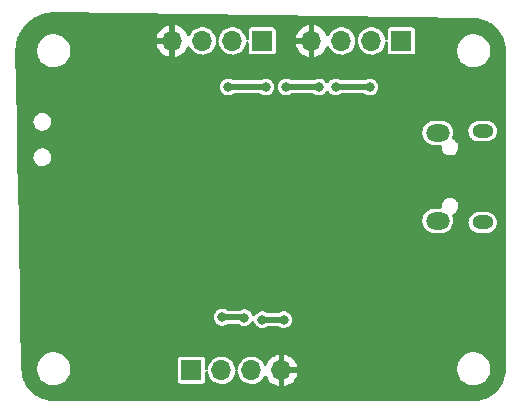
<source format=gbr>
%TF.GenerationSoftware,KiCad,Pcbnew,(6.0.10)*%
%TF.CreationDate,2023-01-15T22:26:48+05:30*%
%TF.ProjectId,Learning_1,4c656172-6e69-46e6-975f-312e6b696361,rev?*%
%TF.SameCoordinates,Original*%
%TF.FileFunction,Copper,L2,Bot*%
%TF.FilePolarity,Positive*%
%FSLAX46Y46*%
G04 Gerber Fmt 4.6, Leading zero omitted, Abs format (unit mm)*
G04 Created by KiCad (PCBNEW (6.0.10)) date 2023-01-15 22:26:48*
%MOMM*%
%LPD*%
G01*
G04 APERTURE LIST*
%TA.AperFunction,ComponentPad*%
%ADD10O,2.000000X1.450000*%
%TD*%
%TA.AperFunction,ComponentPad*%
%ADD11O,1.800000X1.150000*%
%TD*%
%TA.AperFunction,ComponentPad*%
%ADD12R,1.700000X1.700000*%
%TD*%
%TA.AperFunction,ComponentPad*%
%ADD13O,1.700000X1.700000*%
%TD*%
%TA.AperFunction,ViaPad*%
%ADD14C,0.800000*%
%TD*%
%TA.AperFunction,Conductor*%
%ADD15C,0.500000*%
%TD*%
G04 APERTURE END LIST*
D10*
%TO.P,J1,6,Shield*%
%TO.N,unconnected-(J1-Pad6)*%
X105150000Y-92625000D03*
D11*
X108950000Y-92775000D03*
D10*
X105150000Y-85175000D03*
D11*
X108950000Y-85025000D03*
%TD*%
D12*
%TO.P,J2,1,Pin_1*%
%TO.N,+3.3V*%
X90300000Y-77400000D03*
D13*
%TO.P,J2,2,Pin_2*%
%TO.N,/USART1_TX*%
X87760000Y-77400000D03*
%TO.P,J2,3,Pin_3*%
%TO.N,/USART1_RX*%
X85220000Y-77400000D03*
%TO.P,J2,4,Pin_4*%
%TO.N,GND*%
X82680000Y-77400000D03*
%TD*%
D12*
%TO.P,J4,1,Pin_1*%
%TO.N,+3.3V*%
X84300000Y-105300000D03*
D13*
%TO.P,J4,2,Pin_2*%
%TO.N,/I2C2_SCL*%
X86840000Y-105300000D03*
%TO.P,J4,3,Pin_3*%
%TO.N,/I2C2_SDA*%
X89380000Y-105300000D03*
%TO.P,J4,4,Pin_4*%
%TO.N,GND*%
X91920000Y-105300000D03*
%TD*%
D12*
%TO.P,J3,1,Pin_1*%
%TO.N,+3.3V*%
X102080000Y-77400000D03*
D13*
%TO.P,J3,2,Pin_2*%
%TO.N,/SWDIO*%
X99540000Y-77400000D03*
%TO.P,J3,3,Pin_3*%
%TO.N,/SWCLK*%
X97000000Y-77400000D03*
%TO.P,J3,4,Pin_4*%
%TO.N,GND*%
X94460000Y-77400000D03*
%TD*%
D14*
%TO.N,+3.3V*%
X90300000Y-101000000D03*
X92100000Y-101000000D03*
X95100000Y-81300000D03*
X86900000Y-100800000D03*
X92300000Y-81300000D03*
X87400000Y-81300000D03*
X96500000Y-81300000D03*
X99400000Y-81300000D03*
X90600000Y-81300000D03*
X88775000Y-100825000D03*
%TO.N,GND*%
X101100000Y-97900000D03*
X103100000Y-87600000D03*
X82800000Y-85400000D03*
X96000000Y-88100000D03*
X80900000Y-95600000D03*
X88300000Y-96200000D03*
X102000000Y-97900000D03*
X86700000Y-87500000D03*
X109500000Y-96600000D03*
X74000000Y-82400000D03*
X101300000Y-94200000D03*
X101300000Y-93200000D03*
X91100000Y-92900000D03*
X78000000Y-88000000D03*
X105500000Y-98300000D03*
X86200000Y-90900000D03*
X81100000Y-89900000D03*
%TD*%
D15*
%TO.N,+3.3V*%
X88750000Y-100800000D02*
X86900000Y-100800000D01*
X88775000Y-100825000D02*
X88750000Y-100800000D01*
X92100000Y-101000000D02*
X90300000Y-101000000D01*
X87400000Y-81300000D02*
X90600000Y-81300000D01*
X92300000Y-81300000D02*
X94700000Y-81300000D01*
X94700000Y-81300000D02*
X95100000Y-81300000D01*
X96500000Y-81300000D02*
X98800000Y-81300000D01*
X98800000Y-81300000D02*
X99400000Y-81300000D01*
%TD*%
%TA.AperFunction,Conductor*%
%TO.N,GND*%
G36*
X108165624Y-75483983D02*
G01*
X108185384Y-75485854D01*
X108193313Y-75487252D01*
X108193316Y-75487252D01*
X108204000Y-75489136D01*
X108214685Y-75487252D01*
X108224339Y-75487252D01*
X108238278Y-75486425D01*
X108342473Y-75492277D01*
X108504670Y-75501386D01*
X108518488Y-75502943D01*
X108808508Y-75552219D01*
X108822064Y-75555313D01*
X109104753Y-75636754D01*
X109117875Y-75641345D01*
X109221928Y-75684445D01*
X109389661Y-75753923D01*
X109402189Y-75759956D01*
X109659669Y-75902260D01*
X109671443Y-75909659D01*
X109911352Y-76079884D01*
X109922224Y-76088553D01*
X110141583Y-76284584D01*
X110151416Y-76294417D01*
X110347447Y-76513776D01*
X110356116Y-76524648D01*
X110526341Y-76764557D01*
X110533740Y-76776331D01*
X110676044Y-77033811D01*
X110682077Y-77046339D01*
X110743696Y-77195100D01*
X110789160Y-77304859D01*
X110794653Y-77318121D01*
X110799246Y-77331247D01*
X110880687Y-77613936D01*
X110883781Y-77627492D01*
X110933057Y-77917512D01*
X110934614Y-77931330D01*
X110942552Y-78072667D01*
X110947490Y-78160588D01*
X110949575Y-78197720D01*
X110948748Y-78211661D01*
X110948748Y-78221315D01*
X110946864Y-78232000D01*
X110948915Y-78243633D01*
X110949616Y-78247606D01*
X110951500Y-78269139D01*
X110951500Y-105118861D01*
X110949616Y-105140391D01*
X110946864Y-105156000D01*
X110948748Y-105166685D01*
X110948748Y-105176339D01*
X110949575Y-105190278D01*
X110947253Y-105231625D01*
X110934614Y-105456670D01*
X110933057Y-105470488D01*
X110883781Y-105760508D01*
X110880687Y-105774064D01*
X110799246Y-106056753D01*
X110794655Y-106069875D01*
X110787414Y-106087355D01*
X110682077Y-106341661D01*
X110676044Y-106354189D01*
X110533740Y-106611669D01*
X110526341Y-106623443D01*
X110356116Y-106863352D01*
X110347447Y-106874224D01*
X110151416Y-107093583D01*
X110141583Y-107103416D01*
X109922224Y-107299447D01*
X109911352Y-107308116D01*
X109671443Y-107478341D01*
X109659669Y-107485740D01*
X109402189Y-107628044D01*
X109389661Y-107634077D01*
X109221928Y-107703555D01*
X109117875Y-107746655D01*
X109104753Y-107751246D01*
X108822064Y-107832687D01*
X108808508Y-107835781D01*
X108518488Y-107885057D01*
X108504670Y-107886614D01*
X108342473Y-107895723D01*
X108238278Y-107901575D01*
X108224339Y-107900748D01*
X108214685Y-107900748D01*
X108204000Y-107898864D01*
X108188391Y-107901616D01*
X108166861Y-107903500D01*
X72681139Y-107903500D01*
X72659609Y-107901616D01*
X72644000Y-107898864D01*
X72633315Y-107900748D01*
X72623661Y-107900748D01*
X72609722Y-107901575D01*
X72505527Y-107895723D01*
X72343330Y-107886614D01*
X72329512Y-107885057D01*
X72039492Y-107835781D01*
X72025936Y-107832687D01*
X71743247Y-107751246D01*
X71730125Y-107746655D01*
X71626072Y-107703555D01*
X71458339Y-107634077D01*
X71445811Y-107628044D01*
X71188331Y-107485740D01*
X71176557Y-107478341D01*
X70936648Y-107308116D01*
X70925776Y-107299447D01*
X70706417Y-107103416D01*
X70696584Y-107093583D01*
X70500553Y-106874224D01*
X70491884Y-106863352D01*
X70321659Y-106623443D01*
X70314260Y-106611669D01*
X70171956Y-106354189D01*
X70165923Y-106341661D01*
X70060586Y-106087355D01*
X70053345Y-106069875D01*
X70048754Y-106056753D01*
X69967313Y-105774064D01*
X69964219Y-105760508D01*
X69914943Y-105470488D01*
X69913386Y-105456670D01*
X69900747Y-105231625D01*
X69898425Y-105190278D01*
X69899252Y-105176339D01*
X69899252Y-105166685D01*
X69901136Y-105156000D01*
X69899252Y-105145316D01*
X69899252Y-105145311D01*
X69897684Y-105136418D01*
X69895822Y-105117226D01*
X69895304Y-105089789D01*
X71239996Y-105089789D01*
X71248913Y-105327295D01*
X71249990Y-105332430D01*
X71249991Y-105332435D01*
X71295641Y-105550000D01*
X71297719Y-105559904D01*
X71299648Y-105564788D01*
X71299649Y-105564792D01*
X71303727Y-105575118D01*
X71385020Y-105780963D01*
X71387741Y-105785447D01*
X71387743Y-105785451D01*
X71455233Y-105896670D01*
X71508319Y-105984153D01*
X71664090Y-106163664D01*
X71847880Y-106314362D01*
X71852441Y-106316958D01*
X71852442Y-106316959D01*
X72049875Y-106429345D01*
X72049880Y-106429347D01*
X72054433Y-106431939D01*
X72277844Y-106513034D01*
X72511725Y-106555326D01*
X72536619Y-106556500D01*
X72703680Y-106556500D01*
X72706296Y-106556278D01*
X72706297Y-106556278D01*
X72875590Y-106541913D01*
X72880823Y-106541469D01*
X73110874Y-106481760D01*
X73327576Y-106384143D01*
X73524732Y-106251409D01*
X73584235Y-106194646D01*
X83149500Y-106194646D01*
X83152618Y-106220846D01*
X83198061Y-106323153D01*
X83277287Y-106402241D01*
X83287758Y-106406870D01*
X83287759Y-106406871D01*
X83371147Y-106443737D01*
X83371149Y-106443738D01*
X83379673Y-106447506D01*
X83405354Y-106450500D01*
X85194646Y-106450500D01*
X85198300Y-106450065D01*
X85198302Y-106450065D01*
X85203266Y-106449474D01*
X85220846Y-106447382D01*
X85323153Y-106401939D01*
X85402241Y-106322713D01*
X85406871Y-106312241D01*
X85443737Y-106228853D01*
X85443738Y-106228851D01*
X85447506Y-106220327D01*
X85450500Y-106194646D01*
X85450500Y-105480300D01*
X85470185Y-105413261D01*
X85522989Y-105367506D01*
X85592147Y-105357562D01*
X85655703Y-105386587D01*
X85693477Y-105445365D01*
X85698234Y-105472190D01*
X85698423Y-105475072D01*
X85698425Y-105475082D01*
X85698796Y-105480749D01*
X85750845Y-105685690D01*
X85753219Y-105690841D01*
X85753221Y-105690845D01*
X85790908Y-105772594D01*
X85839369Y-105877714D01*
X85874986Y-105928111D01*
X85914593Y-105984153D01*
X85961405Y-106050391D01*
X85965476Y-106054357D01*
X85965477Y-106054358D01*
X86003072Y-106090981D01*
X86112865Y-106197937D01*
X86117588Y-106201093D01*
X86117592Y-106201096D01*
X86187471Y-106247787D01*
X86288677Y-106315411D01*
X86482953Y-106398878D01*
X86518277Y-106406871D01*
X86683638Y-106444289D01*
X86683642Y-106444290D01*
X86689186Y-106445544D01*
X86815315Y-106450500D01*
X86894789Y-106453623D01*
X86894791Y-106453623D01*
X86900470Y-106453846D01*
X86906090Y-106453031D01*
X86906092Y-106453031D01*
X87104103Y-106424320D01*
X87104104Y-106424320D01*
X87109730Y-106423504D01*
X87128588Y-106417103D01*
X87304565Y-106357367D01*
X87304568Y-106357366D01*
X87309955Y-106355537D01*
X87314916Y-106352759D01*
X87314922Y-106352756D01*
X87421530Y-106293052D01*
X87494442Y-106252219D01*
X87532165Y-106220846D01*
X87652645Y-106120644D01*
X87657012Y-106117012D01*
X87701565Y-106063442D01*
X87788584Y-105958813D01*
X87788585Y-105958811D01*
X87792219Y-105954442D01*
X87886859Y-105785451D01*
X87892756Y-105774922D01*
X87892759Y-105774916D01*
X87895537Y-105769955D01*
X87911232Y-105723721D01*
X87961675Y-105575118D01*
X87963504Y-105569730D01*
X87965726Y-105554404D01*
X87987820Y-105402033D01*
X88016921Y-105338512D01*
X88070225Y-105304346D01*
X88150974Y-105304346D01*
X88204347Y-105338736D01*
X88233296Y-105402327D01*
X88234271Y-105411707D01*
X88238796Y-105480749D01*
X88290845Y-105685690D01*
X88293219Y-105690841D01*
X88293221Y-105690845D01*
X88330908Y-105772594D01*
X88379369Y-105877714D01*
X88414986Y-105928111D01*
X88454593Y-105984153D01*
X88501405Y-106050391D01*
X88505476Y-106054357D01*
X88505477Y-106054358D01*
X88543072Y-106090981D01*
X88652865Y-106197937D01*
X88657588Y-106201093D01*
X88657592Y-106201096D01*
X88727471Y-106247787D01*
X88828677Y-106315411D01*
X89022953Y-106398878D01*
X89058277Y-106406871D01*
X89223638Y-106444289D01*
X89223642Y-106444290D01*
X89229186Y-106445544D01*
X89355315Y-106450500D01*
X89434789Y-106453623D01*
X89434791Y-106453623D01*
X89440470Y-106453846D01*
X89446090Y-106453031D01*
X89446092Y-106453031D01*
X89644103Y-106424320D01*
X89644104Y-106424320D01*
X89649730Y-106423504D01*
X89668588Y-106417103D01*
X89844565Y-106357367D01*
X89844568Y-106357366D01*
X89849955Y-106355537D01*
X89854916Y-106352759D01*
X89854922Y-106352756D01*
X89961530Y-106293052D01*
X90034442Y-106252219D01*
X90072165Y-106220846D01*
X90192645Y-106120644D01*
X90197012Y-106117012D01*
X90241565Y-106063442D01*
X90328584Y-105958813D01*
X90328585Y-105958811D01*
X90332219Y-105954442D01*
X90434059Y-105772594D01*
X90483990Y-105723721D01*
X90552418Y-105709601D01*
X90617617Y-105734717D01*
X90654630Y-105780778D01*
X90744110Y-105972667D01*
X90749508Y-105982017D01*
X90878784Y-106166643D01*
X90885719Y-106174907D01*
X91045091Y-106334279D01*
X91053357Y-106341215D01*
X91237992Y-106470498D01*
X91247324Y-106475886D01*
X91451603Y-106571143D01*
X91461736Y-106574832D01*
X91652779Y-106626022D01*
X91666653Y-106625691D01*
X91670000Y-106617875D01*
X91670000Y-106612806D01*
X92170000Y-106612806D01*
X92173910Y-106626123D01*
X92182326Y-106627333D01*
X92378264Y-106574832D01*
X92388397Y-106571143D01*
X92592676Y-106475886D01*
X92602008Y-106470498D01*
X92786643Y-106341215D01*
X92794909Y-106334279D01*
X92954281Y-106174907D01*
X92961216Y-106166643D01*
X93090492Y-105982017D01*
X93095890Y-105972667D01*
X93191143Y-105768397D01*
X93194832Y-105758264D01*
X93246022Y-105567221D01*
X93245691Y-105553347D01*
X93237875Y-105550000D01*
X92187830Y-105550000D01*
X92172831Y-105554404D01*
X92171644Y-105555774D01*
X92170000Y-105563332D01*
X92170000Y-106612806D01*
X91670000Y-106612806D01*
X91670000Y-105089789D01*
X106799996Y-105089789D01*
X106808913Y-105327295D01*
X106809990Y-105332430D01*
X106809991Y-105332435D01*
X106855641Y-105550000D01*
X106857719Y-105559904D01*
X106859648Y-105564788D01*
X106859649Y-105564792D01*
X106863727Y-105575118D01*
X106945020Y-105780963D01*
X106947741Y-105785447D01*
X106947743Y-105785451D01*
X107015233Y-105896670D01*
X107068319Y-105984153D01*
X107224090Y-106163664D01*
X107407880Y-106314362D01*
X107412441Y-106316958D01*
X107412442Y-106316959D01*
X107609875Y-106429345D01*
X107609880Y-106429347D01*
X107614433Y-106431939D01*
X107837844Y-106513034D01*
X108071725Y-106555326D01*
X108096619Y-106556500D01*
X108263680Y-106556500D01*
X108266296Y-106556278D01*
X108266297Y-106556278D01*
X108435590Y-106541913D01*
X108440823Y-106541469D01*
X108670874Y-106481760D01*
X108887576Y-106384143D01*
X109084732Y-106251409D01*
X109256705Y-106087355D01*
X109398579Y-105896670D01*
X109420707Y-105853148D01*
X109503913Y-105689493D01*
X109503915Y-105689488D01*
X109506295Y-105684807D01*
X109542807Y-105567221D01*
X109575215Y-105462848D01*
X109576775Y-105457824D01*
X109577466Y-105452612D01*
X109607315Y-105227412D01*
X109607315Y-105227408D01*
X109608004Y-105222211D01*
X109599087Y-104984705D01*
X109580272Y-104895029D01*
X109551361Y-104757242D01*
X109551360Y-104757239D01*
X109550281Y-104752096D01*
X109526443Y-104691733D01*
X109464908Y-104535920D01*
X109462980Y-104531037D01*
X109458109Y-104523009D01*
X109342408Y-104332341D01*
X109339681Y-104327847D01*
X109239780Y-104212720D01*
X109187356Y-104152307D01*
X109187355Y-104152306D01*
X109183910Y-104148336D01*
X109000120Y-103997638D01*
X108959137Y-103974309D01*
X108798125Y-103882655D01*
X108798120Y-103882653D01*
X108793567Y-103880061D01*
X108570156Y-103798966D01*
X108336275Y-103756674D01*
X108311381Y-103755500D01*
X108144320Y-103755500D01*
X108141704Y-103755722D01*
X108141703Y-103755722D01*
X108130484Y-103756674D01*
X107967177Y-103770531D01*
X107737126Y-103830240D01*
X107520424Y-103927857D01*
X107323268Y-104060591D01*
X107151295Y-104224645D01*
X107009421Y-104415330D01*
X107007042Y-104420008D01*
X107007042Y-104420009D01*
X106906388Y-104617983D01*
X106901705Y-104627193D01*
X106900146Y-104632213D01*
X106900145Y-104632216D01*
X106881665Y-104691733D01*
X106831225Y-104854176D01*
X106830534Y-104859386D01*
X106830534Y-104859388D01*
X106803226Y-105065422D01*
X106799996Y-105089789D01*
X91670000Y-105089789D01*
X91670000Y-105032170D01*
X92170000Y-105032170D01*
X92174404Y-105047169D01*
X92175774Y-105048356D01*
X92183332Y-105050000D01*
X93232806Y-105050000D01*
X93246123Y-105046090D01*
X93247333Y-105037674D01*
X93194832Y-104841736D01*
X93191143Y-104831603D01*
X93095890Y-104627333D01*
X93090492Y-104617983D01*
X92961216Y-104433357D01*
X92954281Y-104425093D01*
X92794909Y-104265721D01*
X92786643Y-104258785D01*
X92602008Y-104129502D01*
X92592676Y-104124114D01*
X92388397Y-104028857D01*
X92378264Y-104025168D01*
X92187221Y-103973978D01*
X92173347Y-103974309D01*
X92170000Y-103982125D01*
X92170000Y-105032170D01*
X91670000Y-105032170D01*
X91670000Y-103987194D01*
X91666090Y-103973877D01*
X91657674Y-103972667D01*
X91461736Y-104025168D01*
X91451603Y-104028857D01*
X91247333Y-104124110D01*
X91237983Y-104129508D01*
X91053357Y-104258784D01*
X91045093Y-104265719D01*
X90885719Y-104425093D01*
X90878784Y-104433357D01*
X90749508Y-104617983D01*
X90744110Y-104627333D01*
X90652664Y-104823438D01*
X90606491Y-104875877D01*
X90539298Y-104895029D01*
X90472417Y-104874813D01*
X90429071Y-104825878D01*
X90365165Y-104696290D01*
X90238651Y-104526867D01*
X90234481Y-104523012D01*
X90234478Y-104523009D01*
X90128552Y-104425093D01*
X90083381Y-104383337D01*
X90077574Y-104379673D01*
X89909363Y-104273539D01*
X89909361Y-104273538D01*
X89904554Y-104270505D01*
X89708160Y-104192152D01*
X89702579Y-104191042D01*
X89702576Y-104191041D01*
X89604467Y-104171526D01*
X89500775Y-104150901D01*
X89495088Y-104150827D01*
X89495083Y-104150826D01*
X89295034Y-104148207D01*
X89295029Y-104148207D01*
X89289346Y-104148133D01*
X89283742Y-104149096D01*
X89283741Y-104149096D01*
X89086550Y-104182979D01*
X89086547Y-104182980D01*
X89080953Y-104183941D01*
X88882575Y-104257127D01*
X88877697Y-104260029D01*
X88877695Y-104260030D01*
X88705740Y-104362332D01*
X88705737Y-104362334D01*
X88700856Y-104365238D01*
X88541881Y-104504655D01*
X88538362Y-104509119D01*
X88538359Y-104509122D01*
X88479731Y-104583492D01*
X88410976Y-104670708D01*
X88312523Y-104857836D01*
X88310837Y-104863267D01*
X88310835Y-104863271D01*
X88306921Y-104875877D01*
X88249820Y-105059773D01*
X88232851Y-105203140D01*
X88205425Y-105267398D01*
X88150974Y-105304346D01*
X88070225Y-105304346D01*
X88070667Y-105304063D01*
X88018057Y-105272081D01*
X87987453Y-105209271D01*
X87986232Y-105199909D01*
X87976601Y-105095100D01*
X87976081Y-105089440D01*
X87918686Y-104885931D01*
X87825165Y-104696290D01*
X87698651Y-104526867D01*
X87694481Y-104523012D01*
X87694478Y-104523009D01*
X87588552Y-104425093D01*
X87543381Y-104383337D01*
X87537574Y-104379673D01*
X87369363Y-104273539D01*
X87369361Y-104273538D01*
X87364554Y-104270505D01*
X87168160Y-104192152D01*
X87162579Y-104191042D01*
X87162576Y-104191041D01*
X87064467Y-104171526D01*
X86960775Y-104150901D01*
X86955088Y-104150827D01*
X86955083Y-104150826D01*
X86755034Y-104148207D01*
X86755029Y-104148207D01*
X86749346Y-104148133D01*
X86743742Y-104149096D01*
X86743741Y-104149096D01*
X86546550Y-104182979D01*
X86546547Y-104182980D01*
X86540953Y-104183941D01*
X86342575Y-104257127D01*
X86337697Y-104260029D01*
X86337695Y-104260030D01*
X86165740Y-104362332D01*
X86165737Y-104362334D01*
X86160856Y-104365238D01*
X86001881Y-104504655D01*
X85998362Y-104509119D01*
X85998359Y-104509122D01*
X85939731Y-104583492D01*
X85870976Y-104670708D01*
X85772523Y-104857836D01*
X85770837Y-104863267D01*
X85770835Y-104863271D01*
X85766921Y-104875877D01*
X85709820Y-105059773D01*
X85709152Y-105065418D01*
X85709151Y-105065422D01*
X85697640Y-105162681D01*
X85670213Y-105226942D01*
X85612397Y-105266173D01*
X85542549Y-105267919D01*
X85482845Y-105231625D01*
X85452241Y-105168814D01*
X85450500Y-105148106D01*
X85450500Y-104405354D01*
X85447382Y-104379154D01*
X85401939Y-104276847D01*
X85322713Y-104197759D01*
X85312242Y-104193130D01*
X85312241Y-104193129D01*
X85228853Y-104156263D01*
X85228851Y-104156262D01*
X85220327Y-104152494D01*
X85194646Y-104149500D01*
X83405354Y-104149500D01*
X83401700Y-104149935D01*
X83401698Y-104149935D01*
X83396734Y-104150526D01*
X83379154Y-104152618D01*
X83276847Y-104198061D01*
X83197759Y-104277287D01*
X83193130Y-104287758D01*
X83193129Y-104287759D01*
X83158876Y-104365238D01*
X83152494Y-104379673D01*
X83149500Y-104405354D01*
X83149500Y-106194646D01*
X73584235Y-106194646D01*
X73696705Y-106087355D01*
X73838579Y-105896670D01*
X73860707Y-105853148D01*
X73943913Y-105689493D01*
X73943915Y-105689488D01*
X73946295Y-105684807D01*
X73982807Y-105567221D01*
X74015215Y-105462848D01*
X74016775Y-105457824D01*
X74017466Y-105452612D01*
X74047315Y-105227412D01*
X74047315Y-105227408D01*
X74048004Y-105222211D01*
X74039087Y-104984705D01*
X74020272Y-104895029D01*
X73991361Y-104757242D01*
X73991360Y-104757239D01*
X73990281Y-104752096D01*
X73966443Y-104691733D01*
X73904908Y-104535920D01*
X73902980Y-104531037D01*
X73898109Y-104523009D01*
X73782408Y-104332341D01*
X73779681Y-104327847D01*
X73679780Y-104212720D01*
X73627356Y-104152307D01*
X73627355Y-104152306D01*
X73623910Y-104148336D01*
X73440120Y-103997638D01*
X73399137Y-103974309D01*
X73238125Y-103882655D01*
X73238120Y-103882653D01*
X73233567Y-103880061D01*
X73010156Y-103798966D01*
X72776275Y-103756674D01*
X72751381Y-103755500D01*
X72584320Y-103755500D01*
X72581704Y-103755722D01*
X72581703Y-103755722D01*
X72570484Y-103756674D01*
X72407177Y-103770531D01*
X72177126Y-103830240D01*
X71960424Y-103927857D01*
X71763268Y-104060591D01*
X71591295Y-104224645D01*
X71449421Y-104415330D01*
X71447042Y-104420008D01*
X71447042Y-104420009D01*
X71346388Y-104617983D01*
X71341705Y-104627193D01*
X71340146Y-104632213D01*
X71340145Y-104632216D01*
X71321665Y-104691733D01*
X71271225Y-104854176D01*
X71270534Y-104859386D01*
X71270534Y-104859388D01*
X71243226Y-105065422D01*
X71239996Y-105089789D01*
X69895304Y-105089789D01*
X69814225Y-100792611D01*
X86194394Y-100792611D01*
X86212999Y-100961135D01*
X86215565Y-100968147D01*
X86215566Y-100968151D01*
X86262908Y-101097517D01*
X86271266Y-101120356D01*
X86275433Y-101126558D01*
X86275435Y-101126561D01*
X86336421Y-101217317D01*
X86365830Y-101261083D01*
X86371360Y-101266115D01*
X86485702Y-101370159D01*
X86485706Y-101370162D01*
X86491233Y-101375191D01*
X86640235Y-101456092D01*
X86735529Y-101481092D01*
X86797005Y-101497220D01*
X86797007Y-101497220D01*
X86804233Y-101499116D01*
X86887178Y-101500419D01*
X86966290Y-101501662D01*
X86966293Y-101501662D01*
X86973760Y-101501779D01*
X87105688Y-101471564D01*
X87131738Y-101465598D01*
X87131739Y-101465598D01*
X87139029Y-101463928D01*
X87214111Y-101426166D01*
X87283820Y-101391106D01*
X87283822Y-101391105D01*
X87290498Y-101387747D01*
X87299325Y-101380208D01*
X87302080Y-101378974D01*
X87302409Y-101378755D01*
X87302445Y-101378810D01*
X87363087Y-101351639D01*
X87379855Y-101350500D01*
X88263652Y-101350500D01*
X88330691Y-101370185D01*
X88347098Y-101382780D01*
X88366233Y-101400191D01*
X88372802Y-101403758D01*
X88372804Y-101403759D01*
X88389358Y-101412747D01*
X88515235Y-101481092D01*
X88610585Y-101506107D01*
X88672005Y-101522220D01*
X88672007Y-101522220D01*
X88679233Y-101524116D01*
X88762178Y-101525419D01*
X88841290Y-101526662D01*
X88841293Y-101526662D01*
X88848760Y-101526779D01*
X88977824Y-101497220D01*
X89006738Y-101490598D01*
X89006739Y-101490598D01*
X89014029Y-101488928D01*
X89089111Y-101451166D01*
X89158820Y-101416106D01*
X89158822Y-101416105D01*
X89165498Y-101412747D01*
X89171180Y-101407894D01*
X89171183Y-101407892D01*
X89288741Y-101307487D01*
X89294423Y-101302634D01*
X89380652Y-101182634D01*
X89389001Y-101171015D01*
X89389002Y-101171013D01*
X89393361Y-101164947D01*
X89395110Y-101160597D01*
X89443817Y-101112171D01*
X89512133Y-101097517D01*
X89577526Y-101122124D01*
X89619376Y-101178561D01*
X89671266Y-101320356D01*
X89675433Y-101326558D01*
X89675435Y-101326561D01*
X89727310Y-101403759D01*
X89765830Y-101461083D01*
X89771360Y-101466115D01*
X89885702Y-101570159D01*
X89885706Y-101570162D01*
X89891233Y-101575191D01*
X90040235Y-101656092D01*
X90135585Y-101681107D01*
X90197005Y-101697220D01*
X90197007Y-101697220D01*
X90204233Y-101699116D01*
X90287178Y-101700419D01*
X90366290Y-101701662D01*
X90366293Y-101701662D01*
X90373760Y-101701779D01*
X90496209Y-101673735D01*
X90531738Y-101665598D01*
X90531739Y-101665598D01*
X90539029Y-101663928D01*
X90614111Y-101626166D01*
X90683820Y-101591106D01*
X90683822Y-101591105D01*
X90690498Y-101587747D01*
X90699325Y-101580208D01*
X90702080Y-101578974D01*
X90702409Y-101578755D01*
X90702445Y-101578810D01*
X90763087Y-101551639D01*
X90779855Y-101550500D01*
X91618467Y-101550500D01*
X91688747Y-101572929D01*
X91691233Y-101575191D01*
X91697805Y-101578759D01*
X91697806Y-101578760D01*
X91714358Y-101587747D01*
X91840235Y-101656092D01*
X91935585Y-101681107D01*
X91997005Y-101697220D01*
X91997007Y-101697220D01*
X92004233Y-101699116D01*
X92087178Y-101700419D01*
X92166290Y-101701662D01*
X92166293Y-101701662D01*
X92173760Y-101701779D01*
X92296209Y-101673735D01*
X92331738Y-101665598D01*
X92331739Y-101665598D01*
X92339029Y-101663928D01*
X92414111Y-101626166D01*
X92483820Y-101591106D01*
X92483822Y-101591105D01*
X92490498Y-101587747D01*
X92496180Y-101582894D01*
X92496183Y-101582892D01*
X92613741Y-101482487D01*
X92619423Y-101477634D01*
X92718361Y-101339947D01*
X92781601Y-101182634D01*
X92784118Y-101164947D01*
X92804918Y-101018800D01*
X92804918Y-101018794D01*
X92805490Y-101014778D01*
X92805645Y-101000000D01*
X92785276Y-100831680D01*
X92739798Y-100711325D01*
X92727989Y-100680073D01*
X92727987Y-100680070D01*
X92725345Y-100673077D01*
X92720507Y-100666038D01*
X92633549Y-100539513D01*
X92633546Y-100539510D01*
X92629312Y-100533349D01*
X92562146Y-100473506D01*
X92508303Y-100425533D01*
X92508301Y-100425532D01*
X92502721Y-100420560D01*
X92488347Y-100412949D01*
X92396866Y-100364513D01*
X92352881Y-100341224D01*
X92188441Y-100299919D01*
X92102248Y-100299468D01*
X92026368Y-100299070D01*
X92026367Y-100299070D01*
X92018895Y-100299031D01*
X91997235Y-100304231D01*
X91861295Y-100336868D01*
X91861293Y-100336869D01*
X91854032Y-100338612D01*
X91847399Y-100342035D01*
X91847395Y-100342037D01*
X91780465Y-100376583D01*
X91703369Y-100416375D01*
X91697735Y-100421289D01*
X91691556Y-100425489D01*
X91690283Y-100423616D01*
X91636960Y-100448180D01*
X91618912Y-100449500D01*
X90781645Y-100449500D01*
X90710875Y-100427322D01*
X90708308Y-100425537D01*
X90702721Y-100420560D01*
X90552881Y-100341224D01*
X90388441Y-100299919D01*
X90302248Y-100299468D01*
X90226368Y-100299070D01*
X90226367Y-100299070D01*
X90218895Y-100299031D01*
X90197235Y-100304231D01*
X90061295Y-100336868D01*
X90061293Y-100336869D01*
X90054032Y-100338612D01*
X90047399Y-100342035D01*
X90047395Y-100342037D01*
X89980465Y-100376583D01*
X89903369Y-100416375D01*
X89897737Y-100421288D01*
X89809712Y-100498077D01*
X89775604Y-100527831D01*
X89678113Y-100666547D01*
X89677388Y-100666038D01*
X89632789Y-100711325D01*
X89564632Y-100726699D01*
X89498983Y-100702784D01*
X89456536Y-100646782D01*
X89402989Y-100505074D01*
X89400345Y-100498077D01*
X89350487Y-100425533D01*
X89308549Y-100364513D01*
X89308546Y-100364510D01*
X89304312Y-100358349D01*
X89177721Y-100245560D01*
X89143276Y-100227322D01*
X89034489Y-100169723D01*
X89027881Y-100166224D01*
X88863441Y-100124919D01*
X88777248Y-100124468D01*
X88701368Y-100124070D01*
X88701367Y-100124070D01*
X88693895Y-100124031D01*
X88672235Y-100129231D01*
X88536295Y-100161868D01*
X88536293Y-100161869D01*
X88529032Y-100163612D01*
X88522393Y-100167039D01*
X88522392Y-100167039D01*
X88389384Y-100235689D01*
X88332512Y-100249500D01*
X87381645Y-100249500D01*
X87310875Y-100227322D01*
X87308308Y-100225537D01*
X87302721Y-100220560D01*
X87152881Y-100141224D01*
X86988441Y-100099919D01*
X86902248Y-100099468D01*
X86826368Y-100099070D01*
X86826367Y-100099070D01*
X86818895Y-100099031D01*
X86797235Y-100104231D01*
X86661295Y-100136868D01*
X86661293Y-100136869D01*
X86654032Y-100138612D01*
X86647399Y-100142035D01*
X86647395Y-100142037D01*
X86580465Y-100176583D01*
X86503369Y-100216375D01*
X86497737Y-100221288D01*
X86405513Y-100301740D01*
X86375604Y-100327831D01*
X86278113Y-100466547D01*
X86216524Y-100624513D01*
X86215548Y-100631923D01*
X86215548Y-100631925D01*
X86206220Y-100702784D01*
X86194394Y-100792611D01*
X69814225Y-100792611D01*
X69659983Y-92617806D01*
X103844563Y-92617806D01*
X103845112Y-92623839D01*
X103845112Y-92623843D01*
X103854395Y-92725840D01*
X103862790Y-92818089D01*
X103864501Y-92823902D01*
X103864501Y-92823903D01*
X103866944Y-92832203D01*
X103919572Y-93011018D01*
X104012746Y-93189243D01*
X104106919Y-93306370D01*
X104134137Y-93340222D01*
X104138763Y-93345976D01*
X104292823Y-93475248D01*
X104469058Y-93572134D01*
X104474840Y-93573968D01*
X104474842Y-93573969D01*
X104654976Y-93631111D01*
X104654978Y-93631111D01*
X104660755Y-93632944D01*
X104715287Y-93639061D01*
X104813815Y-93650113D01*
X104813821Y-93650113D01*
X104817268Y-93650500D01*
X105475606Y-93650500D01*
X105478621Y-93650204D01*
X105478629Y-93650204D01*
X105619115Y-93636429D01*
X105619117Y-93636429D01*
X105625151Y-93635837D01*
X105817679Y-93577710D01*
X105995249Y-93483294D01*
X106151099Y-93356186D01*
X106279292Y-93201227D01*
X106286203Y-93188446D01*
X106372059Y-93029658D01*
X106372060Y-93029656D01*
X106374945Y-93024320D01*
X106434415Y-92832203D01*
X106445594Y-92725840D01*
X107745711Y-92725840D01*
X107755667Y-92915801D01*
X107806181Y-93099193D01*
X107894898Y-93267460D01*
X107899229Y-93272585D01*
X107899231Y-93272588D01*
X108013345Y-93407624D01*
X108017678Y-93412751D01*
X108023012Y-93416829D01*
X108163456Y-93524207D01*
X108163459Y-93524209D01*
X108168793Y-93528287D01*
X108174882Y-93531126D01*
X108174883Y-93531127D01*
X108335109Y-93605841D01*
X108341193Y-93608678D01*
X108347738Y-93610141D01*
X108347741Y-93610142D01*
X108439890Y-93630740D01*
X108526834Y-93650174D01*
X108532665Y-93650500D01*
X109322517Y-93650500D01*
X109464109Y-93635118D01*
X109644396Y-93574445D01*
X109807447Y-93476474D01*
X109934649Y-93356186D01*
X109940781Y-93350387D01*
X109945658Y-93345775D01*
X109995396Y-93272588D01*
X110048804Y-93194000D01*
X110048806Y-93193997D01*
X110052578Y-93188446D01*
X110055070Y-93182216D01*
X110055072Y-93182212D01*
X110120727Y-93018062D01*
X110123221Y-93011827D01*
X110124318Y-93005202D01*
X110153192Y-92830788D01*
X110153192Y-92830786D01*
X110154289Y-92824160D01*
X110144333Y-92634199D01*
X110093819Y-92450807D01*
X110005102Y-92282540D01*
X109961947Y-92231472D01*
X109886655Y-92142376D01*
X109886653Y-92142374D01*
X109882322Y-92137249D01*
X109798976Y-92073526D01*
X109736544Y-92025793D01*
X109736541Y-92025791D01*
X109731207Y-92021713D01*
X109658367Y-91987747D01*
X109564891Y-91944159D01*
X109558807Y-91941322D01*
X109552262Y-91939859D01*
X109552259Y-91939858D01*
X109440522Y-91914882D01*
X109373166Y-91899826D01*
X109367335Y-91899500D01*
X108577483Y-91899500D01*
X108435891Y-91914882D01*
X108255604Y-91975555D01*
X108092553Y-92073526D01*
X107954342Y-92204225D01*
X107950569Y-92209777D01*
X107950568Y-92209778D01*
X107897083Y-92288480D01*
X107847422Y-92361554D01*
X107844930Y-92367784D01*
X107844928Y-92367788D01*
X107824926Y-92417797D01*
X107776779Y-92538173D01*
X107775683Y-92544796D01*
X107775682Y-92544798D01*
X107761954Y-92627726D01*
X107745711Y-92725840D01*
X106445594Y-92725840D01*
X106455437Y-92632194D01*
X106447484Y-92544798D01*
X106439519Y-92457280D01*
X106437210Y-92431911D01*
X106380428Y-92238982D01*
X106377617Y-92233606D01*
X106375346Y-92227984D01*
X106376705Y-92227435D01*
X106364512Y-92166039D01*
X106390113Y-92101029D01*
X106439618Y-92065100D01*
X106439029Y-92063928D01*
X106583820Y-91991106D01*
X106583822Y-91991105D01*
X106590498Y-91987747D01*
X106596180Y-91982894D01*
X106596183Y-91982892D01*
X106713741Y-91882487D01*
X106719423Y-91877634D01*
X106818361Y-91739947D01*
X106881601Y-91582634D01*
X106905490Y-91414778D01*
X106905645Y-91400000D01*
X106885276Y-91231680D01*
X106825345Y-91073077D01*
X106816657Y-91060436D01*
X106733549Y-90939513D01*
X106733546Y-90939510D01*
X106729312Y-90933349D01*
X106602721Y-90820560D01*
X106588347Y-90812949D01*
X106459489Y-90744723D01*
X106452881Y-90741224D01*
X106288441Y-90699919D01*
X106202248Y-90699468D01*
X106126368Y-90699070D01*
X106126367Y-90699070D01*
X106118895Y-90699031D01*
X106097235Y-90704231D01*
X105961295Y-90736868D01*
X105961293Y-90736869D01*
X105954032Y-90738612D01*
X105947399Y-90742035D01*
X105947395Y-90742037D01*
X105880465Y-90776583D01*
X105803369Y-90816375D01*
X105675604Y-90927831D01*
X105578113Y-91066547D01*
X105516524Y-91224513D01*
X105494394Y-91392611D01*
X105495214Y-91400039D01*
X105495214Y-91400041D01*
X105502043Y-91461893D01*
X105489834Y-91530687D01*
X105442370Y-91581960D01*
X105378792Y-91599500D01*
X104824394Y-91599500D01*
X104821379Y-91599796D01*
X104821371Y-91599796D01*
X104680885Y-91613571D01*
X104680883Y-91613571D01*
X104674849Y-91614163D01*
X104482321Y-91672290D01*
X104304751Y-91766706D01*
X104148901Y-91893814D01*
X104020708Y-92048773D01*
X104017822Y-92054110D01*
X104017821Y-92054112D01*
X103936656Y-92204225D01*
X103925055Y-92225680D01*
X103865585Y-92417797D01*
X103844563Y-92617806D01*
X69659983Y-92617806D01*
X69559475Y-87290862D01*
X70915497Y-87290862D01*
X70945134Y-87463340D01*
X71013654Y-87624373D01*
X71017921Y-87630171D01*
X71017922Y-87630173D01*
X71075092Y-87707857D01*
X71117383Y-87765324D01*
X71122874Y-87769989D01*
X71122875Y-87769990D01*
X71245261Y-87873965D01*
X71245264Y-87873967D01*
X71250755Y-87878632D01*
X71257172Y-87881909D01*
X71257174Y-87881910D01*
X71323616Y-87915837D01*
X71406616Y-87958219D01*
X71413612Y-87959931D01*
X71413615Y-87959932D01*
X71484763Y-87977341D01*
X71576606Y-87999815D01*
X71582114Y-88000157D01*
X71582116Y-88000157D01*
X71585744Y-88000382D01*
X71585748Y-88000382D01*
X71587648Y-88000500D01*
X71713822Y-88000500D01*
X71843828Y-87985343D01*
X71850595Y-87982887D01*
X71850598Y-87982886D01*
X72001557Y-87928090D01*
X72001558Y-87928089D01*
X72008331Y-87925631D01*
X72154685Y-87829677D01*
X72159637Y-87824449D01*
X72159640Y-87824447D01*
X72270087Y-87707857D01*
X72270089Y-87707855D01*
X72275040Y-87702628D01*
X72278656Y-87696403D01*
X72278658Y-87696400D01*
X72359322Y-87557525D01*
X72362939Y-87551298D01*
X72413667Y-87383807D01*
X72424503Y-87209138D01*
X72394866Y-87036660D01*
X72326346Y-86875627D01*
X72273340Y-86803600D01*
X72226888Y-86740479D01*
X72226886Y-86740477D01*
X72222617Y-86734676D01*
X72213065Y-86726561D01*
X72094739Y-86626035D01*
X72094736Y-86626033D01*
X72089245Y-86621368D01*
X72082828Y-86618091D01*
X72082826Y-86618090D01*
X71971286Y-86561135D01*
X71933384Y-86541781D01*
X71926388Y-86540069D01*
X71926385Y-86540068D01*
X71855237Y-86522659D01*
X71763394Y-86500185D01*
X71757886Y-86499843D01*
X71757884Y-86499843D01*
X71754256Y-86499618D01*
X71754252Y-86499618D01*
X71752352Y-86499500D01*
X71626178Y-86499500D01*
X71496172Y-86514657D01*
X71489405Y-86517113D01*
X71489402Y-86517114D01*
X71348799Y-86568151D01*
X71331669Y-86574369D01*
X71185315Y-86670323D01*
X71180363Y-86675551D01*
X71180360Y-86675553D01*
X71119359Y-86739947D01*
X71064960Y-86797372D01*
X71061344Y-86803597D01*
X71061342Y-86803600D01*
X70992743Y-86921703D01*
X70977061Y-86948702D01*
X70926333Y-87116193D01*
X70915497Y-87290862D01*
X69559475Y-87290862D01*
X69519417Y-85167806D01*
X103844563Y-85167806D01*
X103845112Y-85173839D01*
X103845112Y-85173843D01*
X103853119Y-85261827D01*
X103862790Y-85368089D01*
X103919572Y-85561018D01*
X104012746Y-85739243D01*
X104138763Y-85895976D01*
X104292823Y-86025248D01*
X104469058Y-86122134D01*
X104474840Y-86123968D01*
X104474842Y-86123969D01*
X104654976Y-86181111D01*
X104654978Y-86181111D01*
X104660755Y-86182944D01*
X104715287Y-86189061D01*
X104813815Y-86200113D01*
X104813821Y-86200113D01*
X104817268Y-86200500D01*
X105378291Y-86200500D01*
X105445330Y-86220185D01*
X105491085Y-86272989D01*
X105501230Y-86340685D01*
X105494394Y-86392611D01*
X105495214Y-86400039D01*
X105495214Y-86400041D01*
X105506232Y-86499843D01*
X105512999Y-86561135D01*
X105515565Y-86568147D01*
X105515566Y-86568151D01*
X105535041Y-86621368D01*
X105571266Y-86720356D01*
X105575433Y-86726558D01*
X105575435Y-86726561D01*
X105623018Y-86797372D01*
X105665830Y-86861083D01*
X105671360Y-86866115D01*
X105785702Y-86970159D01*
X105785706Y-86970162D01*
X105791233Y-86975191D01*
X105940235Y-87056092D01*
X106035585Y-87081107D01*
X106097005Y-87097220D01*
X106097007Y-87097220D01*
X106104233Y-87099116D01*
X106187178Y-87100419D01*
X106266290Y-87101662D01*
X106266293Y-87101662D01*
X106273760Y-87101779D01*
X106396209Y-87073735D01*
X106431738Y-87065598D01*
X106431739Y-87065598D01*
X106439029Y-87063928D01*
X106514111Y-87026166D01*
X106583820Y-86991106D01*
X106583822Y-86991105D01*
X106590498Y-86987747D01*
X106596180Y-86982894D01*
X106596183Y-86982892D01*
X106713741Y-86882487D01*
X106719423Y-86877634D01*
X106818361Y-86739947D01*
X106881601Y-86582634D01*
X106882654Y-86575237D01*
X106904918Y-86418800D01*
X106904918Y-86418794D01*
X106905490Y-86414778D01*
X106905645Y-86400000D01*
X106885276Y-86231680D01*
X106866168Y-86181111D01*
X106827989Y-86080073D01*
X106827987Y-86080070D01*
X106825345Y-86073077D01*
X106792473Y-86025248D01*
X106733549Y-85939513D01*
X106733546Y-85939510D01*
X106729312Y-85933349D01*
X106645504Y-85858678D01*
X106608303Y-85825533D01*
X106608301Y-85825532D01*
X106602721Y-85820560D01*
X106515176Y-85774207D01*
X106459484Y-85744720D01*
X106459483Y-85744720D01*
X106452881Y-85741224D01*
X106445636Y-85739404D01*
X106443919Y-85738745D01*
X106388387Y-85696343D01*
X106364595Y-85630648D01*
X106373788Y-85576459D01*
X106374945Y-85574320D01*
X106434415Y-85382203D01*
X106455437Y-85182194D01*
X106454535Y-85172274D01*
X106437759Y-84987946D01*
X106437210Y-84981911D01*
X106435423Y-84975840D01*
X107745711Y-84975840D01*
X107755667Y-85165801D01*
X107806181Y-85349193D01*
X107894898Y-85517460D01*
X107899229Y-85522585D01*
X107899231Y-85522588D01*
X107990549Y-85630648D01*
X108017678Y-85662751D01*
X108023012Y-85666829D01*
X108163456Y-85774207D01*
X108163459Y-85774209D01*
X108168793Y-85778287D01*
X108174882Y-85781126D01*
X108174883Y-85781127D01*
X108335109Y-85855841D01*
X108341193Y-85858678D01*
X108347738Y-85860141D01*
X108347741Y-85860142D01*
X108439890Y-85880740D01*
X108526834Y-85900174D01*
X108532665Y-85900500D01*
X109322517Y-85900500D01*
X109464109Y-85885118D01*
X109644396Y-85824445D01*
X109807447Y-85726474D01*
X109945658Y-85595775D01*
X109960239Y-85574320D01*
X110048804Y-85444000D01*
X110048806Y-85443997D01*
X110052578Y-85438446D01*
X110055070Y-85432216D01*
X110055072Y-85432212D01*
X110120727Y-85268062D01*
X110123221Y-85261827D01*
X110137787Y-85173843D01*
X110153192Y-85080788D01*
X110153192Y-85080786D01*
X110154289Y-85074160D01*
X110144333Y-84884199D01*
X110093819Y-84700807D01*
X110005102Y-84532540D01*
X109935457Y-84450125D01*
X109886655Y-84392376D01*
X109886653Y-84392374D01*
X109882322Y-84387249D01*
X109796756Y-84321829D01*
X109736544Y-84275793D01*
X109736541Y-84275791D01*
X109731207Y-84271713D01*
X109639643Y-84229016D01*
X109564891Y-84194159D01*
X109558807Y-84191322D01*
X109552262Y-84189859D01*
X109552259Y-84189858D01*
X109440522Y-84164882D01*
X109373166Y-84149826D01*
X109367335Y-84149500D01*
X108577483Y-84149500D01*
X108435891Y-84164882D01*
X108255604Y-84225555D01*
X108092553Y-84323526D01*
X108087676Y-84328138D01*
X107960406Y-84448491D01*
X107954342Y-84454225D01*
X107950569Y-84459777D01*
X107950568Y-84459778D01*
X107852480Y-84604112D01*
X107847422Y-84611554D01*
X107844930Y-84617784D01*
X107844928Y-84617788D01*
X107814099Y-84694867D01*
X107776779Y-84788173D01*
X107775683Y-84794796D01*
X107775682Y-84794798D01*
X107747043Y-84967797D01*
X107745711Y-84975840D01*
X106435423Y-84975840D01*
X106433473Y-84969212D01*
X106382141Y-84794802D01*
X106382141Y-84794801D01*
X106380428Y-84788982D01*
X106287254Y-84610757D01*
X106168727Y-84463340D01*
X106165037Y-84458750D01*
X106165036Y-84458749D01*
X106161237Y-84454024D01*
X106007177Y-84324752D01*
X105830942Y-84227866D01*
X105825160Y-84226032D01*
X105825158Y-84226031D01*
X105645024Y-84168889D01*
X105645022Y-84168889D01*
X105639245Y-84167056D01*
X105584713Y-84160939D01*
X105486185Y-84149887D01*
X105486179Y-84149887D01*
X105482732Y-84149500D01*
X104824394Y-84149500D01*
X104821379Y-84149796D01*
X104821371Y-84149796D01*
X104680885Y-84163571D01*
X104680883Y-84163571D01*
X104674849Y-84164163D01*
X104482321Y-84222290D01*
X104476970Y-84225135D01*
X104476968Y-84225136D01*
X104310109Y-84313857D01*
X104304751Y-84316706D01*
X104148901Y-84443814D01*
X104020708Y-84598773D01*
X104017822Y-84604110D01*
X104017821Y-84604112D01*
X103928132Y-84769990D01*
X103925055Y-84775680D01*
X103865585Y-84967797D01*
X103844563Y-85167806D01*
X69519417Y-85167806D01*
X69502871Y-84290862D01*
X70915497Y-84290862D01*
X70945134Y-84463340D01*
X71013654Y-84624373D01*
X71017921Y-84630171D01*
X71017922Y-84630173D01*
X71075092Y-84707857D01*
X71117383Y-84765324D01*
X71122874Y-84769989D01*
X71122875Y-84769990D01*
X71245261Y-84873965D01*
X71245264Y-84873967D01*
X71250755Y-84878632D01*
X71257172Y-84881909D01*
X71257174Y-84881910D01*
X71261657Y-84884199D01*
X71406616Y-84958219D01*
X71413612Y-84959931D01*
X71413615Y-84959932D01*
X71479678Y-84976097D01*
X71576606Y-84999815D01*
X71582114Y-85000157D01*
X71582116Y-85000157D01*
X71585744Y-85000382D01*
X71585748Y-85000382D01*
X71587648Y-85000500D01*
X71713822Y-85000500D01*
X71843828Y-84985343D01*
X71850595Y-84982887D01*
X71850598Y-84982886D01*
X72001557Y-84928090D01*
X72001558Y-84928089D01*
X72008331Y-84925631D01*
X72154685Y-84829677D01*
X72159637Y-84824449D01*
X72159640Y-84824447D01*
X72270087Y-84707857D01*
X72270089Y-84707855D01*
X72275040Y-84702628D01*
X72278656Y-84696403D01*
X72278658Y-84696400D01*
X72359322Y-84557525D01*
X72362939Y-84551298D01*
X72413667Y-84383807D01*
X72424503Y-84209138D01*
X72394866Y-84036660D01*
X72326346Y-83875627D01*
X72273340Y-83803600D01*
X72226888Y-83740479D01*
X72226886Y-83740477D01*
X72222617Y-83734676D01*
X72142216Y-83666370D01*
X72094739Y-83626035D01*
X72094736Y-83626033D01*
X72089245Y-83621368D01*
X72082828Y-83618091D01*
X72082826Y-83618090D01*
X71992388Y-83571910D01*
X71933384Y-83541781D01*
X71926388Y-83540069D01*
X71926385Y-83540068D01*
X71855237Y-83522659D01*
X71763394Y-83500185D01*
X71757886Y-83499843D01*
X71757884Y-83499843D01*
X71754256Y-83499618D01*
X71754252Y-83499618D01*
X71752352Y-83499500D01*
X71626178Y-83499500D01*
X71496172Y-83514657D01*
X71489405Y-83517113D01*
X71489402Y-83517114D01*
X71338443Y-83571910D01*
X71331669Y-83574369D01*
X71185315Y-83670323D01*
X71180363Y-83675551D01*
X71180360Y-83675553D01*
X71118855Y-83740479D01*
X71064960Y-83797372D01*
X71061344Y-83803597D01*
X71061342Y-83803600D01*
X71022875Y-83869827D01*
X70977061Y-83948702D01*
X70926333Y-84116193D01*
X70915497Y-84290862D01*
X69502871Y-84290862D01*
X69446300Y-81292611D01*
X86694394Y-81292611D01*
X86695214Y-81300039D01*
X86695214Y-81300041D01*
X86696841Y-81314778D01*
X86712999Y-81461135D01*
X86715565Y-81468147D01*
X86715566Y-81468151D01*
X86768697Y-81613336D01*
X86771266Y-81620356D01*
X86775433Y-81626558D01*
X86775435Y-81626561D01*
X86801537Y-81665405D01*
X86865830Y-81761083D01*
X86871360Y-81766115D01*
X86985702Y-81870159D01*
X86985706Y-81870162D01*
X86991233Y-81875191D01*
X87140235Y-81956092D01*
X87235585Y-81981107D01*
X87297005Y-81997220D01*
X87297007Y-81997220D01*
X87304233Y-81999116D01*
X87387178Y-82000419D01*
X87466290Y-82001662D01*
X87466293Y-82001662D01*
X87473760Y-82001779D01*
X87596209Y-81973735D01*
X87631738Y-81965598D01*
X87631739Y-81965598D01*
X87639029Y-81963928D01*
X87714111Y-81926166D01*
X87783820Y-81891106D01*
X87783822Y-81891105D01*
X87790498Y-81887747D01*
X87799325Y-81880208D01*
X87802080Y-81878974D01*
X87802409Y-81878755D01*
X87802445Y-81878810D01*
X87863087Y-81851639D01*
X87879855Y-81850500D01*
X90118467Y-81850500D01*
X90188747Y-81872929D01*
X90191233Y-81875191D01*
X90197805Y-81878759D01*
X90197806Y-81878760D01*
X90214358Y-81887747D01*
X90340235Y-81956092D01*
X90435585Y-81981107D01*
X90497005Y-81997220D01*
X90497007Y-81997220D01*
X90504233Y-81999116D01*
X90587178Y-82000419D01*
X90666290Y-82001662D01*
X90666293Y-82001662D01*
X90673760Y-82001779D01*
X90796209Y-81973735D01*
X90831738Y-81965598D01*
X90831739Y-81965598D01*
X90839029Y-81963928D01*
X90914111Y-81926166D01*
X90983820Y-81891106D01*
X90983822Y-81891105D01*
X90990498Y-81887747D01*
X90996180Y-81882894D01*
X90996183Y-81882892D01*
X91113741Y-81782487D01*
X91119423Y-81777634D01*
X91218361Y-81639947D01*
X91281601Y-81482634D01*
X91285718Y-81453707D01*
X91304918Y-81318800D01*
X91304918Y-81318794D01*
X91305490Y-81314778D01*
X91305645Y-81300000D01*
X91304751Y-81292611D01*
X91594394Y-81292611D01*
X91595214Y-81300039D01*
X91595214Y-81300041D01*
X91596841Y-81314778D01*
X91612999Y-81461135D01*
X91615565Y-81468147D01*
X91615566Y-81468151D01*
X91668697Y-81613336D01*
X91671266Y-81620356D01*
X91675433Y-81626558D01*
X91675435Y-81626561D01*
X91701537Y-81665405D01*
X91765830Y-81761083D01*
X91771360Y-81766115D01*
X91885702Y-81870159D01*
X91885706Y-81870162D01*
X91891233Y-81875191D01*
X92040235Y-81956092D01*
X92135585Y-81981107D01*
X92197005Y-81997220D01*
X92197007Y-81997220D01*
X92204233Y-81999116D01*
X92287178Y-82000419D01*
X92366290Y-82001662D01*
X92366293Y-82001662D01*
X92373760Y-82001779D01*
X92496209Y-81973735D01*
X92531738Y-81965598D01*
X92531739Y-81965598D01*
X92539029Y-81963928D01*
X92614111Y-81926166D01*
X92683820Y-81891106D01*
X92683822Y-81891105D01*
X92690498Y-81887747D01*
X92699325Y-81880208D01*
X92702080Y-81878974D01*
X92702409Y-81878755D01*
X92702445Y-81878810D01*
X92763087Y-81851639D01*
X92779855Y-81850500D01*
X94618467Y-81850500D01*
X94688747Y-81872929D01*
X94691233Y-81875191D01*
X94697805Y-81878759D01*
X94697806Y-81878760D01*
X94714358Y-81887747D01*
X94840235Y-81956092D01*
X94935585Y-81981107D01*
X94997005Y-81997220D01*
X94997007Y-81997220D01*
X95004233Y-81999116D01*
X95087178Y-82000419D01*
X95166290Y-82001662D01*
X95166293Y-82001662D01*
X95173760Y-82001779D01*
X95296209Y-81973735D01*
X95331738Y-81965598D01*
X95331739Y-81965598D01*
X95339029Y-81963928D01*
X95414111Y-81926166D01*
X95483820Y-81891106D01*
X95483822Y-81891105D01*
X95490498Y-81887747D01*
X95496180Y-81882894D01*
X95496183Y-81882892D01*
X95613741Y-81782487D01*
X95619423Y-81777634D01*
X95700070Y-81665402D01*
X95755172Y-81622450D01*
X95824753Y-81616106D01*
X95886718Y-81648388D01*
X95903687Y-81668604D01*
X95965830Y-81761083D01*
X95971360Y-81766115D01*
X96085702Y-81870159D01*
X96085706Y-81870162D01*
X96091233Y-81875191D01*
X96240235Y-81956092D01*
X96335585Y-81981107D01*
X96397005Y-81997220D01*
X96397007Y-81997220D01*
X96404233Y-81999116D01*
X96487178Y-82000419D01*
X96566290Y-82001662D01*
X96566293Y-82001662D01*
X96573760Y-82001779D01*
X96696209Y-81973735D01*
X96731738Y-81965598D01*
X96731739Y-81965598D01*
X96739029Y-81963928D01*
X96814111Y-81926166D01*
X96883820Y-81891106D01*
X96883822Y-81891105D01*
X96890498Y-81887747D01*
X96899325Y-81880208D01*
X96902080Y-81878974D01*
X96902409Y-81878755D01*
X96902445Y-81878810D01*
X96963087Y-81851639D01*
X96979855Y-81850500D01*
X98918467Y-81850500D01*
X98988747Y-81872929D01*
X98991233Y-81875191D01*
X98997805Y-81878759D01*
X98997806Y-81878760D01*
X99014358Y-81887747D01*
X99140235Y-81956092D01*
X99235585Y-81981107D01*
X99297005Y-81997220D01*
X99297007Y-81997220D01*
X99304233Y-81999116D01*
X99387178Y-82000419D01*
X99466290Y-82001662D01*
X99466293Y-82001662D01*
X99473760Y-82001779D01*
X99596209Y-81973735D01*
X99631738Y-81965598D01*
X99631739Y-81965598D01*
X99639029Y-81963928D01*
X99714111Y-81926166D01*
X99783820Y-81891106D01*
X99783822Y-81891105D01*
X99790498Y-81887747D01*
X99796180Y-81882894D01*
X99796183Y-81882892D01*
X99913741Y-81782487D01*
X99919423Y-81777634D01*
X100018361Y-81639947D01*
X100081601Y-81482634D01*
X100085718Y-81453707D01*
X100104918Y-81318800D01*
X100104918Y-81318794D01*
X100105490Y-81314778D01*
X100105645Y-81300000D01*
X100103854Y-81285199D01*
X100086175Y-81139105D01*
X100086174Y-81139101D01*
X100085276Y-81131680D01*
X100076254Y-81107805D01*
X100027989Y-80980073D01*
X100027987Y-80980070D01*
X100025345Y-80973077D01*
X99997553Y-80932639D01*
X99933549Y-80839513D01*
X99933546Y-80839510D01*
X99929312Y-80833349D01*
X99887340Y-80795953D01*
X99808303Y-80725533D01*
X99808301Y-80725532D01*
X99802721Y-80720560D01*
X99788347Y-80712949D01*
X99659489Y-80644723D01*
X99652881Y-80641224D01*
X99488441Y-80599919D01*
X99402248Y-80599468D01*
X99326368Y-80599070D01*
X99326367Y-80599070D01*
X99318895Y-80599031D01*
X99297235Y-80604231D01*
X99161295Y-80636868D01*
X99161293Y-80636869D01*
X99154032Y-80638612D01*
X99147399Y-80642035D01*
X99147395Y-80642037D01*
X99080465Y-80676583D01*
X99003369Y-80716375D01*
X98997735Y-80721289D01*
X98991556Y-80725489D01*
X98990283Y-80723616D01*
X98936960Y-80748180D01*
X98918912Y-80749500D01*
X96981645Y-80749500D01*
X96910875Y-80727322D01*
X96908308Y-80725537D01*
X96902721Y-80720560D01*
X96752881Y-80641224D01*
X96588441Y-80599919D01*
X96502248Y-80599468D01*
X96426368Y-80599070D01*
X96426367Y-80599070D01*
X96418895Y-80599031D01*
X96397235Y-80604231D01*
X96261295Y-80636868D01*
X96261293Y-80636869D01*
X96254032Y-80638612D01*
X96247399Y-80642035D01*
X96247395Y-80642037D01*
X96180465Y-80676583D01*
X96103369Y-80716375D01*
X95975604Y-80827831D01*
X95971306Y-80833947D01*
X95971302Y-80833951D01*
X95901195Y-80933704D01*
X95846542Y-80977234D01*
X95777031Y-80984306D01*
X95714731Y-80952675D01*
X95697553Y-80932639D01*
X95633549Y-80839513D01*
X95633546Y-80839510D01*
X95629312Y-80833349D01*
X95587340Y-80795953D01*
X95508303Y-80725533D01*
X95508301Y-80725532D01*
X95502721Y-80720560D01*
X95488347Y-80712949D01*
X95359489Y-80644723D01*
X95352881Y-80641224D01*
X95188441Y-80599919D01*
X95102248Y-80599468D01*
X95026368Y-80599070D01*
X95026367Y-80599070D01*
X95018895Y-80599031D01*
X94997235Y-80604231D01*
X94861295Y-80636868D01*
X94861293Y-80636869D01*
X94854032Y-80638612D01*
X94847399Y-80642035D01*
X94847395Y-80642037D01*
X94780465Y-80676583D01*
X94703369Y-80716375D01*
X94697735Y-80721289D01*
X94691556Y-80725489D01*
X94690283Y-80723616D01*
X94636960Y-80748180D01*
X94618912Y-80749500D01*
X92781645Y-80749500D01*
X92710875Y-80727322D01*
X92708308Y-80725537D01*
X92702721Y-80720560D01*
X92552881Y-80641224D01*
X92388441Y-80599919D01*
X92302248Y-80599468D01*
X92226368Y-80599070D01*
X92226367Y-80599070D01*
X92218895Y-80599031D01*
X92197235Y-80604231D01*
X92061295Y-80636868D01*
X92061293Y-80636869D01*
X92054032Y-80638612D01*
X92047399Y-80642035D01*
X92047395Y-80642037D01*
X91980465Y-80676583D01*
X91903369Y-80716375D01*
X91775604Y-80827831D01*
X91678113Y-80966547D01*
X91616524Y-81124513D01*
X91594394Y-81292611D01*
X91304751Y-81292611D01*
X91303854Y-81285199D01*
X91286175Y-81139105D01*
X91286174Y-81139101D01*
X91285276Y-81131680D01*
X91276254Y-81107805D01*
X91227989Y-80980073D01*
X91227987Y-80980070D01*
X91225345Y-80973077D01*
X91197553Y-80932639D01*
X91133549Y-80839513D01*
X91133546Y-80839510D01*
X91129312Y-80833349D01*
X91087340Y-80795953D01*
X91008303Y-80725533D01*
X91008301Y-80725532D01*
X91002721Y-80720560D01*
X90988347Y-80712949D01*
X90859489Y-80644723D01*
X90852881Y-80641224D01*
X90688441Y-80599919D01*
X90602248Y-80599468D01*
X90526368Y-80599070D01*
X90526367Y-80599070D01*
X90518895Y-80599031D01*
X90497235Y-80604231D01*
X90361295Y-80636868D01*
X90361293Y-80636869D01*
X90354032Y-80638612D01*
X90347399Y-80642035D01*
X90347395Y-80642037D01*
X90280465Y-80676583D01*
X90203369Y-80716375D01*
X90197735Y-80721289D01*
X90191556Y-80725489D01*
X90190283Y-80723616D01*
X90136960Y-80748180D01*
X90118912Y-80749500D01*
X87881645Y-80749500D01*
X87810875Y-80727322D01*
X87808308Y-80725537D01*
X87802721Y-80720560D01*
X87652881Y-80641224D01*
X87488441Y-80599919D01*
X87402248Y-80599468D01*
X87326368Y-80599070D01*
X87326367Y-80599070D01*
X87318895Y-80599031D01*
X87297235Y-80604231D01*
X87161295Y-80636868D01*
X87161293Y-80636869D01*
X87154032Y-80638612D01*
X87147399Y-80642035D01*
X87147395Y-80642037D01*
X87080465Y-80676583D01*
X87003369Y-80716375D01*
X86875604Y-80827831D01*
X86778113Y-80966547D01*
X86716524Y-81124513D01*
X86694394Y-81292611D01*
X69446300Y-81292611D01*
X69389223Y-78267504D01*
X69391085Y-78243633D01*
X69391252Y-78242686D01*
X69391252Y-78242683D01*
X69393136Y-78232000D01*
X69391252Y-78221316D01*
X69391252Y-78213159D01*
X69390302Y-78197622D01*
X69391970Y-78165789D01*
X71239996Y-78165789D01*
X71243815Y-78267504D01*
X71245818Y-78320846D01*
X71248913Y-78403295D01*
X71249990Y-78408430D01*
X71249991Y-78408435D01*
X71285126Y-78575886D01*
X71297719Y-78635904D01*
X71299648Y-78640788D01*
X71299649Y-78640792D01*
X71333348Y-78726123D01*
X71385020Y-78856963D01*
X71387741Y-78861447D01*
X71387743Y-78861451D01*
X71455233Y-78972670D01*
X71508319Y-79060153D01*
X71664090Y-79239664D01*
X71847880Y-79390362D01*
X71852441Y-79392958D01*
X71852442Y-79392959D01*
X72049875Y-79505345D01*
X72049880Y-79505347D01*
X72054433Y-79507939D01*
X72277844Y-79589034D01*
X72511725Y-79631326D01*
X72536619Y-79632500D01*
X72703680Y-79632500D01*
X72706296Y-79632278D01*
X72706297Y-79632278D01*
X72875590Y-79617913D01*
X72880823Y-79617469D01*
X73110874Y-79557760D01*
X73327576Y-79460143D01*
X73524732Y-79327409D01*
X73696705Y-79163355D01*
X73838579Y-78972670D01*
X73840958Y-78967991D01*
X73943913Y-78765493D01*
X73943915Y-78765488D01*
X73946295Y-78760807D01*
X73974137Y-78671143D01*
X74015215Y-78538848D01*
X74016775Y-78533824D01*
X74018385Y-78521675D01*
X74047315Y-78303412D01*
X74047315Y-78303408D01*
X74048004Y-78298211D01*
X74039087Y-78060705D01*
X74011700Y-77930176D01*
X73991361Y-77833242D01*
X73991360Y-77833239D01*
X73990281Y-77828096D01*
X73971362Y-77780189D01*
X73939103Y-77698507D01*
X73924815Y-77662326D01*
X81352667Y-77662326D01*
X81405168Y-77858264D01*
X81408857Y-77868397D01*
X81504110Y-78072667D01*
X81509508Y-78082017D01*
X81638784Y-78266643D01*
X81645719Y-78274907D01*
X81805091Y-78434279D01*
X81813357Y-78441215D01*
X81997992Y-78570498D01*
X82007324Y-78575886D01*
X82211603Y-78671143D01*
X82221736Y-78674832D01*
X82412779Y-78726022D01*
X82426653Y-78725691D01*
X82430000Y-78717875D01*
X82430000Y-78712806D01*
X82930000Y-78712806D01*
X82933910Y-78726123D01*
X82942326Y-78727333D01*
X83138264Y-78674832D01*
X83148397Y-78671143D01*
X83352676Y-78575886D01*
X83362008Y-78570498D01*
X83546643Y-78441215D01*
X83554909Y-78434279D01*
X83714281Y-78274907D01*
X83721216Y-78266643D01*
X83850492Y-78082017D01*
X83855890Y-78072667D01*
X83947656Y-77875876D01*
X83993829Y-77823437D01*
X84061022Y-77804285D01*
X84127903Y-77824501D01*
X84172648Y-77876368D01*
X84199857Y-77935388D01*
X84219369Y-77977714D01*
X84341405Y-78150391D01*
X84345476Y-78154357D01*
X84345477Y-78154358D01*
X84404300Y-78211661D01*
X84492865Y-78297937D01*
X84497588Y-78301093D01*
X84497592Y-78301096D01*
X84568663Y-78348584D01*
X84668677Y-78415411D01*
X84862953Y-78498878D01*
X84898277Y-78506871D01*
X85063638Y-78544289D01*
X85063642Y-78544290D01*
X85069186Y-78545544D01*
X85195315Y-78550500D01*
X85274789Y-78553623D01*
X85274791Y-78553623D01*
X85280470Y-78553846D01*
X85286090Y-78553031D01*
X85286092Y-78553031D01*
X85484103Y-78524320D01*
X85484104Y-78524320D01*
X85489730Y-78523504D01*
X85508588Y-78517103D01*
X85684565Y-78457367D01*
X85684568Y-78457366D01*
X85689955Y-78455537D01*
X85694916Y-78452759D01*
X85694922Y-78452756D01*
X85801530Y-78393052D01*
X85874442Y-78352219D01*
X85912165Y-78320846D01*
X86032645Y-78220644D01*
X86037012Y-78217012D01*
X86075254Y-78171031D01*
X86168584Y-78058813D01*
X86168585Y-78058811D01*
X86172219Y-78054442D01*
X86238893Y-77935388D01*
X86272756Y-77874922D01*
X86272759Y-77874916D01*
X86275537Y-77869955D01*
X86288000Y-77833242D01*
X86341675Y-77675118D01*
X86343504Y-77669730D01*
X86345954Y-77652831D01*
X86367820Y-77502033D01*
X86396921Y-77438512D01*
X86450225Y-77404346D01*
X86530974Y-77404346D01*
X86584347Y-77438736D01*
X86613296Y-77502327D01*
X86614271Y-77511707D01*
X86618796Y-77580749D01*
X86670845Y-77785690D01*
X86673219Y-77790841D01*
X86673221Y-77790845D01*
X86756989Y-77972552D01*
X86759369Y-77977714D01*
X86881405Y-78150391D01*
X86885476Y-78154357D01*
X86885477Y-78154358D01*
X86944300Y-78211661D01*
X87032865Y-78297937D01*
X87037588Y-78301093D01*
X87037592Y-78301096D01*
X87108663Y-78348584D01*
X87208677Y-78415411D01*
X87402953Y-78498878D01*
X87438277Y-78506871D01*
X87603638Y-78544289D01*
X87603642Y-78544290D01*
X87609186Y-78545544D01*
X87735315Y-78550500D01*
X87814789Y-78553623D01*
X87814791Y-78553623D01*
X87820470Y-78553846D01*
X87826090Y-78553031D01*
X87826092Y-78553031D01*
X88024103Y-78524320D01*
X88024104Y-78524320D01*
X88029730Y-78523504D01*
X88048588Y-78517103D01*
X88224565Y-78457367D01*
X88224568Y-78457366D01*
X88229955Y-78455537D01*
X88234916Y-78452759D01*
X88234922Y-78452756D01*
X88341530Y-78393052D01*
X88414442Y-78352219D01*
X88452165Y-78320846D01*
X88572645Y-78220644D01*
X88577012Y-78217012D01*
X88615254Y-78171031D01*
X88708584Y-78058813D01*
X88708585Y-78058811D01*
X88712219Y-78054442D01*
X88778893Y-77935388D01*
X88812756Y-77874922D01*
X88812759Y-77874916D01*
X88815537Y-77869955D01*
X88828000Y-77833242D01*
X88881675Y-77675118D01*
X88883504Y-77669730D01*
X88896406Y-77580749D01*
X88902783Y-77536769D01*
X88931884Y-77473248D01*
X88990707Y-77435543D01*
X89060577Y-77435627D01*
X89119310Y-77473471D01*
X89148259Y-77537061D01*
X89149500Y-77554562D01*
X89149500Y-78294646D01*
X89152618Y-78320846D01*
X89198061Y-78423153D01*
X89277287Y-78502241D01*
X89287758Y-78506870D01*
X89287759Y-78506871D01*
X89371147Y-78543737D01*
X89371149Y-78543738D01*
X89379673Y-78547506D01*
X89405354Y-78550500D01*
X91194646Y-78550500D01*
X91198300Y-78550065D01*
X91198302Y-78550065D01*
X91203266Y-78549474D01*
X91220846Y-78547382D01*
X91323153Y-78501939D01*
X91402241Y-78422713D01*
X91406871Y-78412241D01*
X91443737Y-78328853D01*
X91443738Y-78328851D01*
X91447506Y-78320327D01*
X91450500Y-78294646D01*
X91450500Y-77662326D01*
X93132667Y-77662326D01*
X93185168Y-77858264D01*
X93188857Y-77868397D01*
X93284110Y-78072667D01*
X93289508Y-78082017D01*
X93418784Y-78266643D01*
X93425719Y-78274907D01*
X93585091Y-78434279D01*
X93593357Y-78441215D01*
X93777992Y-78570498D01*
X93787324Y-78575886D01*
X93991603Y-78671143D01*
X94001736Y-78674832D01*
X94192779Y-78726022D01*
X94206653Y-78725691D01*
X94210000Y-78717875D01*
X94210000Y-78712806D01*
X94710000Y-78712806D01*
X94713910Y-78726123D01*
X94722326Y-78727333D01*
X94918264Y-78674832D01*
X94928397Y-78671143D01*
X95132676Y-78575886D01*
X95142008Y-78570498D01*
X95326643Y-78441215D01*
X95334909Y-78434279D01*
X95494281Y-78274907D01*
X95501216Y-78266643D01*
X95630492Y-78082017D01*
X95635890Y-78072667D01*
X95727656Y-77875876D01*
X95773829Y-77823437D01*
X95841022Y-77804285D01*
X95907903Y-77824501D01*
X95952648Y-77876368D01*
X95979857Y-77935388D01*
X95999369Y-77977714D01*
X96121405Y-78150391D01*
X96125476Y-78154357D01*
X96125477Y-78154358D01*
X96184300Y-78211661D01*
X96272865Y-78297937D01*
X96277588Y-78301093D01*
X96277592Y-78301096D01*
X96348663Y-78348584D01*
X96448677Y-78415411D01*
X96642953Y-78498878D01*
X96678277Y-78506871D01*
X96843638Y-78544289D01*
X96843642Y-78544290D01*
X96849186Y-78545544D01*
X96975315Y-78550500D01*
X97054789Y-78553623D01*
X97054791Y-78553623D01*
X97060470Y-78553846D01*
X97066090Y-78553031D01*
X97066092Y-78553031D01*
X97264103Y-78524320D01*
X97264104Y-78524320D01*
X97269730Y-78523504D01*
X97288588Y-78517103D01*
X97464565Y-78457367D01*
X97464568Y-78457366D01*
X97469955Y-78455537D01*
X97474916Y-78452759D01*
X97474922Y-78452756D01*
X97581530Y-78393052D01*
X97654442Y-78352219D01*
X97692165Y-78320846D01*
X97812645Y-78220644D01*
X97817012Y-78217012D01*
X97855254Y-78171031D01*
X97948584Y-78058813D01*
X97948585Y-78058811D01*
X97952219Y-78054442D01*
X98018893Y-77935388D01*
X98052756Y-77874922D01*
X98052759Y-77874916D01*
X98055537Y-77869955D01*
X98068000Y-77833242D01*
X98121675Y-77675118D01*
X98123504Y-77669730D01*
X98125954Y-77652831D01*
X98147820Y-77502033D01*
X98176921Y-77438512D01*
X98230225Y-77404346D01*
X98310974Y-77404346D01*
X98364347Y-77438736D01*
X98393296Y-77502327D01*
X98394271Y-77511707D01*
X98398796Y-77580749D01*
X98450845Y-77785690D01*
X98453219Y-77790841D01*
X98453221Y-77790845D01*
X98536989Y-77972552D01*
X98539369Y-77977714D01*
X98661405Y-78150391D01*
X98665476Y-78154357D01*
X98665477Y-78154358D01*
X98724300Y-78211661D01*
X98812865Y-78297937D01*
X98817588Y-78301093D01*
X98817592Y-78301096D01*
X98888663Y-78348584D01*
X98988677Y-78415411D01*
X99182953Y-78498878D01*
X99218277Y-78506871D01*
X99383638Y-78544289D01*
X99383642Y-78544290D01*
X99389186Y-78545544D01*
X99515315Y-78550500D01*
X99594789Y-78553623D01*
X99594791Y-78553623D01*
X99600470Y-78553846D01*
X99606090Y-78553031D01*
X99606092Y-78553031D01*
X99804103Y-78524320D01*
X99804104Y-78524320D01*
X99809730Y-78523504D01*
X99828588Y-78517103D01*
X100004565Y-78457367D01*
X100004568Y-78457366D01*
X100009955Y-78455537D01*
X100014916Y-78452759D01*
X100014922Y-78452756D01*
X100121530Y-78393052D01*
X100194442Y-78352219D01*
X100232165Y-78320846D01*
X100352645Y-78220644D01*
X100357012Y-78217012D01*
X100395254Y-78171031D01*
X100488584Y-78058813D01*
X100488585Y-78058811D01*
X100492219Y-78054442D01*
X100558893Y-77935388D01*
X100592756Y-77874922D01*
X100592759Y-77874916D01*
X100595537Y-77869955D01*
X100608000Y-77833242D01*
X100661675Y-77675118D01*
X100663504Y-77669730D01*
X100676406Y-77580749D01*
X100682783Y-77536769D01*
X100711884Y-77473248D01*
X100770707Y-77435543D01*
X100840577Y-77435627D01*
X100899310Y-77473471D01*
X100928259Y-77537061D01*
X100929500Y-77554562D01*
X100929500Y-78294646D01*
X100932618Y-78320846D01*
X100978061Y-78423153D01*
X101057287Y-78502241D01*
X101067758Y-78506870D01*
X101067759Y-78506871D01*
X101151147Y-78543737D01*
X101151149Y-78543738D01*
X101159673Y-78547506D01*
X101185354Y-78550500D01*
X102974646Y-78550500D01*
X102978300Y-78550065D01*
X102978302Y-78550065D01*
X102983266Y-78549474D01*
X103000846Y-78547382D01*
X103103153Y-78501939D01*
X103182241Y-78422713D01*
X103186871Y-78412241D01*
X103223737Y-78328853D01*
X103223738Y-78328851D01*
X103227506Y-78320327D01*
X103230500Y-78294646D01*
X103230500Y-78165789D01*
X106799996Y-78165789D01*
X106803815Y-78267504D01*
X106805818Y-78320846D01*
X106808913Y-78403295D01*
X106809990Y-78408430D01*
X106809991Y-78408435D01*
X106845126Y-78575886D01*
X106857719Y-78635904D01*
X106859648Y-78640788D01*
X106859649Y-78640792D01*
X106893348Y-78726123D01*
X106945020Y-78856963D01*
X106947741Y-78861447D01*
X106947743Y-78861451D01*
X107015233Y-78972670D01*
X107068319Y-79060153D01*
X107224090Y-79239664D01*
X107407880Y-79390362D01*
X107412441Y-79392958D01*
X107412442Y-79392959D01*
X107609875Y-79505345D01*
X107609880Y-79505347D01*
X107614433Y-79507939D01*
X107837844Y-79589034D01*
X108071725Y-79631326D01*
X108096619Y-79632500D01*
X108263680Y-79632500D01*
X108266296Y-79632278D01*
X108266297Y-79632278D01*
X108435590Y-79617913D01*
X108440823Y-79617469D01*
X108670874Y-79557760D01*
X108887576Y-79460143D01*
X109084732Y-79327409D01*
X109256705Y-79163355D01*
X109398579Y-78972670D01*
X109400958Y-78967991D01*
X109503913Y-78765493D01*
X109503915Y-78765488D01*
X109506295Y-78760807D01*
X109534137Y-78671143D01*
X109575215Y-78538848D01*
X109576775Y-78533824D01*
X109578385Y-78521675D01*
X109607315Y-78303412D01*
X109607315Y-78303408D01*
X109608004Y-78298211D01*
X109599087Y-78060705D01*
X109571700Y-77930176D01*
X109551361Y-77833242D01*
X109551360Y-77833239D01*
X109550281Y-77828096D01*
X109531362Y-77780189D01*
X109499103Y-77698507D01*
X109462980Y-77607037D01*
X109431138Y-77554562D01*
X109342408Y-77408341D01*
X109339681Y-77403847D01*
X109183910Y-77224336D01*
X109000120Y-77073638D01*
X108940858Y-77039904D01*
X108798125Y-76958655D01*
X108798120Y-76958653D01*
X108793567Y-76956061D01*
X108570156Y-76874966D01*
X108336275Y-76832674D01*
X108311381Y-76831500D01*
X108144320Y-76831500D01*
X108141704Y-76831722D01*
X108141703Y-76831722D01*
X108130484Y-76832674D01*
X107967177Y-76846531D01*
X107737126Y-76906240D01*
X107520424Y-77003857D01*
X107323268Y-77136591D01*
X107151295Y-77300645D01*
X107009421Y-77491330D01*
X107007042Y-77496008D01*
X107007042Y-77496009D01*
X106921580Y-77664102D01*
X106901705Y-77703193D01*
X106831225Y-77930176D01*
X106830534Y-77935386D01*
X106830534Y-77935388D01*
X106802652Y-78145752D01*
X106799996Y-78165789D01*
X103230500Y-78165789D01*
X103230500Y-76505354D01*
X103227382Y-76479154D01*
X103181939Y-76376847D01*
X103102713Y-76297759D01*
X103092242Y-76293130D01*
X103092241Y-76293129D01*
X103008853Y-76256263D01*
X103008851Y-76256262D01*
X103000327Y-76252494D01*
X102974646Y-76249500D01*
X101185354Y-76249500D01*
X101181700Y-76249935D01*
X101181698Y-76249935D01*
X101176734Y-76250526D01*
X101159154Y-76252618D01*
X101056847Y-76298061D01*
X100977759Y-76377287D01*
X100973130Y-76387758D01*
X100973129Y-76387759D01*
X100938876Y-76465238D01*
X100932494Y-76479673D01*
X100929500Y-76505354D01*
X100929500Y-77242727D01*
X100909815Y-77309766D01*
X100857011Y-77355521D01*
X100787853Y-77365465D01*
X100724297Y-77336440D01*
X100686523Y-77277662D01*
X100682020Y-77254073D01*
X100679440Y-77225995D01*
X100676081Y-77189440D01*
X100618686Y-76985931D01*
X100525165Y-76796290D01*
X100398651Y-76626867D01*
X100394481Y-76623012D01*
X100394478Y-76623009D01*
X100281920Y-76518962D01*
X100243381Y-76483337D01*
X100237574Y-76479673D01*
X100069363Y-76373539D01*
X100069361Y-76373538D01*
X100064554Y-76370505D01*
X99868160Y-76292152D01*
X99862579Y-76291042D01*
X99862576Y-76291041D01*
X99712049Y-76261100D01*
X99660775Y-76250901D01*
X99655088Y-76250827D01*
X99655083Y-76250826D01*
X99455034Y-76248207D01*
X99455029Y-76248207D01*
X99449346Y-76248133D01*
X99443742Y-76249096D01*
X99443741Y-76249096D01*
X99246550Y-76282979D01*
X99246547Y-76282980D01*
X99240953Y-76283941D01*
X99042575Y-76357127D01*
X99037697Y-76360029D01*
X99037695Y-76360030D01*
X98865740Y-76462332D01*
X98865737Y-76462334D01*
X98860856Y-76465238D01*
X98701881Y-76604655D01*
X98698362Y-76609119D01*
X98698359Y-76609122D01*
X98680782Y-76631419D01*
X98570976Y-76770708D01*
X98472523Y-76957836D01*
X98470837Y-76963267D01*
X98470835Y-76963271D01*
X98418202Y-77132779D01*
X98409820Y-77159773D01*
X98392851Y-77303140D01*
X98365425Y-77367398D01*
X98310974Y-77404346D01*
X98230225Y-77404346D01*
X98230667Y-77404063D01*
X98178057Y-77372081D01*
X98147453Y-77309271D01*
X98146232Y-77299909D01*
X98136601Y-77195100D01*
X98136081Y-77189440D01*
X98078686Y-76985931D01*
X97985165Y-76796290D01*
X97858651Y-76626867D01*
X97854481Y-76623012D01*
X97854478Y-76623009D01*
X97741920Y-76518962D01*
X97703381Y-76483337D01*
X97697574Y-76479673D01*
X97529363Y-76373539D01*
X97529361Y-76373538D01*
X97524554Y-76370505D01*
X97328160Y-76292152D01*
X97322579Y-76291042D01*
X97322576Y-76291041D01*
X97172049Y-76261100D01*
X97120775Y-76250901D01*
X97115088Y-76250827D01*
X97115083Y-76250826D01*
X96915034Y-76248207D01*
X96915029Y-76248207D01*
X96909346Y-76248133D01*
X96903742Y-76249096D01*
X96903741Y-76249096D01*
X96706550Y-76282979D01*
X96706547Y-76282980D01*
X96700953Y-76283941D01*
X96502575Y-76357127D01*
X96497697Y-76360029D01*
X96497695Y-76360030D01*
X96325740Y-76462332D01*
X96325737Y-76462334D01*
X96320856Y-76465238D01*
X96161881Y-76604655D01*
X96158362Y-76609119D01*
X96158359Y-76609122D01*
X96140782Y-76631419D01*
X96030976Y-76770708D01*
X96028325Y-76775747D01*
X95948685Y-76927117D01*
X95900050Y-76977281D01*
X95832015Y-76993187D01*
X95766181Y-76969786D01*
X95726565Y-76921786D01*
X95635890Y-76727333D01*
X95630492Y-76717983D01*
X95501216Y-76533357D01*
X95494281Y-76525093D01*
X95334909Y-76365721D01*
X95326643Y-76358785D01*
X95142008Y-76229502D01*
X95132676Y-76224114D01*
X94928397Y-76128857D01*
X94918264Y-76125168D01*
X94727221Y-76073978D01*
X94713347Y-76074309D01*
X94710000Y-76082125D01*
X94710000Y-78712806D01*
X94210000Y-78712806D01*
X94210000Y-77667830D01*
X94205596Y-77652831D01*
X94204226Y-77651644D01*
X94196668Y-77650000D01*
X93147194Y-77650000D01*
X93133877Y-77653910D01*
X93132667Y-77662326D01*
X91450500Y-77662326D01*
X91450500Y-77132779D01*
X93133978Y-77132779D01*
X93134309Y-77146653D01*
X93142125Y-77150000D01*
X94192170Y-77150000D01*
X94207169Y-77145596D01*
X94208356Y-77144226D01*
X94210000Y-77136668D01*
X94210000Y-76087194D01*
X94206090Y-76073877D01*
X94197674Y-76072667D01*
X94001736Y-76125168D01*
X93991603Y-76128857D01*
X93787333Y-76224110D01*
X93777983Y-76229508D01*
X93593357Y-76358784D01*
X93585093Y-76365719D01*
X93425719Y-76525093D01*
X93418784Y-76533357D01*
X93289508Y-76717983D01*
X93284110Y-76727333D01*
X93188857Y-76931603D01*
X93185168Y-76941736D01*
X93133978Y-77132779D01*
X91450500Y-77132779D01*
X91450500Y-76505354D01*
X91447382Y-76479154D01*
X91401939Y-76376847D01*
X91322713Y-76297759D01*
X91312242Y-76293130D01*
X91312241Y-76293129D01*
X91228853Y-76256263D01*
X91228851Y-76256262D01*
X91220327Y-76252494D01*
X91194646Y-76249500D01*
X89405354Y-76249500D01*
X89401700Y-76249935D01*
X89401698Y-76249935D01*
X89396734Y-76250526D01*
X89379154Y-76252618D01*
X89276847Y-76298061D01*
X89197759Y-76377287D01*
X89193130Y-76387758D01*
X89193129Y-76387759D01*
X89158876Y-76465238D01*
X89152494Y-76479673D01*
X89149500Y-76505354D01*
X89149500Y-77242727D01*
X89129815Y-77309766D01*
X89077011Y-77355521D01*
X89007853Y-77365465D01*
X88944297Y-77336440D01*
X88906523Y-77277662D01*
X88902020Y-77254073D01*
X88899440Y-77225995D01*
X88896081Y-77189440D01*
X88838686Y-76985931D01*
X88745165Y-76796290D01*
X88618651Y-76626867D01*
X88614481Y-76623012D01*
X88614478Y-76623009D01*
X88501920Y-76518962D01*
X88463381Y-76483337D01*
X88457574Y-76479673D01*
X88289363Y-76373539D01*
X88289361Y-76373538D01*
X88284554Y-76370505D01*
X88088160Y-76292152D01*
X88082579Y-76291042D01*
X88082576Y-76291041D01*
X87932049Y-76261100D01*
X87880775Y-76250901D01*
X87875088Y-76250827D01*
X87875083Y-76250826D01*
X87675034Y-76248207D01*
X87675029Y-76248207D01*
X87669346Y-76248133D01*
X87663742Y-76249096D01*
X87663741Y-76249096D01*
X87466550Y-76282979D01*
X87466547Y-76282980D01*
X87460953Y-76283941D01*
X87262575Y-76357127D01*
X87257697Y-76360029D01*
X87257695Y-76360030D01*
X87085740Y-76462332D01*
X87085737Y-76462334D01*
X87080856Y-76465238D01*
X86921881Y-76604655D01*
X86918362Y-76609119D01*
X86918359Y-76609122D01*
X86900782Y-76631419D01*
X86790976Y-76770708D01*
X86692523Y-76957836D01*
X86690837Y-76963267D01*
X86690835Y-76963271D01*
X86638202Y-77132779D01*
X86629820Y-77159773D01*
X86612851Y-77303140D01*
X86585425Y-77367398D01*
X86530974Y-77404346D01*
X86450225Y-77404346D01*
X86450667Y-77404063D01*
X86398057Y-77372081D01*
X86367453Y-77309271D01*
X86366232Y-77299909D01*
X86356601Y-77195100D01*
X86356081Y-77189440D01*
X86298686Y-76985931D01*
X86205165Y-76796290D01*
X86078651Y-76626867D01*
X86074481Y-76623012D01*
X86074478Y-76623009D01*
X85961920Y-76518962D01*
X85923381Y-76483337D01*
X85917574Y-76479673D01*
X85749363Y-76373539D01*
X85749361Y-76373538D01*
X85744554Y-76370505D01*
X85548160Y-76292152D01*
X85542579Y-76291042D01*
X85542576Y-76291041D01*
X85392049Y-76261100D01*
X85340775Y-76250901D01*
X85335088Y-76250827D01*
X85335083Y-76250826D01*
X85135034Y-76248207D01*
X85135029Y-76248207D01*
X85129346Y-76248133D01*
X85123742Y-76249096D01*
X85123741Y-76249096D01*
X84926550Y-76282979D01*
X84926547Y-76282980D01*
X84920953Y-76283941D01*
X84722575Y-76357127D01*
X84717697Y-76360029D01*
X84717695Y-76360030D01*
X84545740Y-76462332D01*
X84545737Y-76462334D01*
X84540856Y-76465238D01*
X84381881Y-76604655D01*
X84378362Y-76609119D01*
X84378359Y-76609122D01*
X84360782Y-76631419D01*
X84250976Y-76770708D01*
X84248325Y-76775747D01*
X84168685Y-76927117D01*
X84120050Y-76977281D01*
X84052015Y-76993187D01*
X83986181Y-76969786D01*
X83946565Y-76921786D01*
X83855890Y-76727333D01*
X83850492Y-76717983D01*
X83721216Y-76533357D01*
X83714281Y-76525093D01*
X83554909Y-76365721D01*
X83546643Y-76358785D01*
X83362008Y-76229502D01*
X83352676Y-76224114D01*
X83148397Y-76128857D01*
X83138264Y-76125168D01*
X82947221Y-76073978D01*
X82933347Y-76074309D01*
X82930000Y-76082125D01*
X82930000Y-78712806D01*
X82430000Y-78712806D01*
X82430000Y-77667830D01*
X82425596Y-77652831D01*
X82424226Y-77651644D01*
X82416668Y-77650000D01*
X81367194Y-77650000D01*
X81353877Y-77653910D01*
X81352667Y-77662326D01*
X73924815Y-77662326D01*
X73902980Y-77607037D01*
X73871138Y-77554562D01*
X73782408Y-77408341D01*
X73779681Y-77403847D01*
X73623910Y-77224336D01*
X73512248Y-77132779D01*
X81353978Y-77132779D01*
X81354309Y-77146653D01*
X81362125Y-77150000D01*
X82412170Y-77150000D01*
X82427169Y-77145596D01*
X82428356Y-77144226D01*
X82430000Y-77136668D01*
X82430000Y-76087194D01*
X82426090Y-76073877D01*
X82417674Y-76072667D01*
X82221736Y-76125168D01*
X82211603Y-76128857D01*
X82007333Y-76224110D01*
X81997983Y-76229508D01*
X81813357Y-76358784D01*
X81805093Y-76365719D01*
X81645719Y-76525093D01*
X81638784Y-76533357D01*
X81509508Y-76717983D01*
X81504110Y-76727333D01*
X81408857Y-76931603D01*
X81405168Y-76941736D01*
X81353978Y-77132779D01*
X73512248Y-77132779D01*
X73440120Y-77073638D01*
X73380858Y-77039904D01*
X73238125Y-76958655D01*
X73238120Y-76958653D01*
X73233567Y-76956061D01*
X73010156Y-76874966D01*
X72776275Y-76832674D01*
X72751381Y-76831500D01*
X72584320Y-76831500D01*
X72581704Y-76831722D01*
X72581703Y-76831722D01*
X72570484Y-76832674D01*
X72407177Y-76846531D01*
X72177126Y-76906240D01*
X71960424Y-77003857D01*
X71763268Y-77136591D01*
X71591295Y-77300645D01*
X71449421Y-77491330D01*
X71447042Y-77496008D01*
X71447042Y-77496009D01*
X71361580Y-77664102D01*
X71341705Y-77703193D01*
X71271225Y-77930176D01*
X71270534Y-77935386D01*
X71270534Y-77935388D01*
X71242652Y-78145752D01*
X71239996Y-78165789D01*
X69391970Y-78165789D01*
X69405994Y-77898195D01*
X69407351Y-77885288D01*
X69441792Y-77667830D01*
X69458624Y-77561561D01*
X69461318Y-77548882D01*
X69546156Y-77232265D01*
X69550165Y-77219927D01*
X69559413Y-77195837D01*
X69667625Y-76913934D01*
X69672903Y-76902079D01*
X69700534Y-76847851D01*
X69821706Y-76610036D01*
X69828196Y-76598796D01*
X70006704Y-76323918D01*
X70014333Y-76313417D01*
X70220605Y-76058692D01*
X70229290Y-76049047D01*
X70461047Y-75817290D01*
X70470692Y-75808605D01*
X70725417Y-75602333D01*
X70735918Y-75594704D01*
X71010796Y-75416196D01*
X71022036Y-75409706D01*
X71145208Y-75346947D01*
X71314081Y-75260902D01*
X71325936Y-75255624D01*
X71347647Y-75247290D01*
X71631932Y-75138163D01*
X71644265Y-75134156D01*
X71960882Y-75049318D01*
X71973561Y-75046624D01*
X72193799Y-75011742D01*
X72297288Y-74995351D01*
X72310195Y-74993994D01*
X72609622Y-74978302D01*
X72625159Y-74979252D01*
X72633316Y-74979252D01*
X72644000Y-74981136D01*
X72656604Y-74978914D01*
X72679900Y-74977044D01*
X108165624Y-75483983D01*
G37*
%TD.AperFunction*%
%TD*%
M02*

</source>
